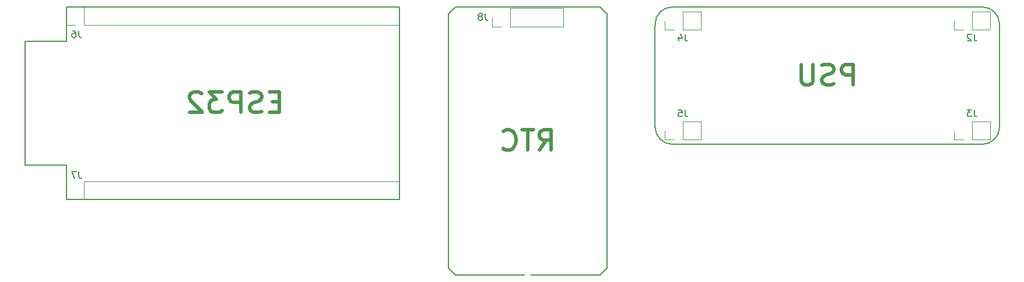
<source format=gbr>
%TF.GenerationSoftware,KiCad,Pcbnew,(6.0.6)*%
%TF.CreationDate,2022-10-28T22:11:27+02:00*%
%TF.ProjectId,nixieboi,6e697869-6562-46f6-992e-6b696361645f,rev?*%
%TF.SameCoordinates,Original*%
%TF.FileFunction,Legend,Bot*%
%TF.FilePolarity,Positive*%
%FSLAX46Y46*%
G04 Gerber Fmt 4.6, Leading zero omitted, Abs format (unit mm)*
G04 Created by KiCad (PCBNEW (6.0.6)) date 2022-10-28 22:11:27*
%MOMM*%
%LPD*%
G01*
G04 APERTURE LIST*
G04 Aperture macros list*
%AMRoundRect*
0 Rectangle with rounded corners*
0 $1 Rounding radius*
0 $2 $3 $4 $5 $6 $7 $8 $9 X,Y pos of 4 corners*
0 Add a 4 corners polygon primitive as box body*
4,1,4,$2,$3,$4,$5,$6,$7,$8,$9,$2,$3,0*
0 Add four circle primitives for the rounded corners*
1,1,$1+$1,$2,$3*
1,1,$1+$1,$4,$5*
1,1,$1+$1,$6,$7*
1,1,$1+$1,$8,$9*
0 Add four rect primitives between the rounded corners*
20,1,$1+$1,$2,$3,$4,$5,0*
20,1,$1+$1,$4,$5,$6,$7,0*
20,1,$1+$1,$6,$7,$8,$9,0*
20,1,$1+$1,$8,$9,$2,$3,0*%
G04 Aperture macros list end*
%ADD10C,0.150000*%
%ADD11C,0.500000*%
%ADD12C,0.120000*%
%ADD13C,1.346200*%
%ADD14RoundRect,0.250002X-1.699998X1.699998X-1.699998X-1.699998X1.699998X-1.699998X1.699998X1.699998X0*%
%ADD15C,3.900000*%
%ADD16C,5.700000*%
%ADD17R,1.700000X1.700000*%
%ADD18O,1.700000X1.700000*%
%ADD19C,0.800000*%
G04 APERTURE END LIST*
D10*
X10000000Y-2000000D02*
X4000000Y-2000000D01*
X58390000Y3000000D02*
X10000000Y3000000D01*
X145500000Y-14500000D02*
X145500000Y500000D01*
X65500000Y-35000000D02*
X65500000Y2000000D01*
X98000000Y-17000000D02*
X143000000Y-17000000D01*
X88500000Y-35000000D02*
X87500000Y-36000000D01*
X10010000Y-25060000D02*
X58390000Y-25060000D01*
X66500000Y3000000D02*
X87500000Y3000000D01*
X4000000Y-2000000D02*
X4000000Y-20000000D01*
X143000000Y-17000000D02*
G75*
G03*
X145500000Y-14500000I0J2500000D01*
G01*
X58390000Y-25060000D02*
X58390000Y3000000D01*
X87500000Y3000000D02*
X88500000Y2000000D01*
X4000000Y-20000000D02*
X10010000Y-20000000D01*
X95500000Y335000D02*
X95500000Y-14500000D01*
X87500000Y-36000000D02*
X66500000Y-36000000D01*
X65500000Y2000000D02*
X66500000Y3000000D01*
X143000000Y3000000D02*
X98000000Y3005439D01*
X66500000Y-36000000D02*
X65500000Y-35000000D01*
X88500000Y2000000D02*
X88500000Y-35000000D01*
X10010000Y-20000000D02*
X10010000Y-25060000D01*
X98000000Y3005439D02*
G75*
G03*
X95500000Y335000I0J-2505439D01*
G01*
X145500000Y500000D02*
G75*
G03*
X143000000Y3000000I-2500000J0D01*
G01*
X95500000Y-14500000D02*
G75*
G03*
X98000000Y-17000000I2500000J0D01*
G01*
X10000000Y3000000D02*
X10000000Y-2000000D01*
D11*
X78714285Y-17857142D02*
X79714285Y-16428571D01*
X80428571Y-17857142D02*
X80428571Y-14857142D01*
X79285714Y-14857142D01*
X79000000Y-15000000D01*
X78857142Y-15142857D01*
X78714285Y-15428571D01*
X78714285Y-15857142D01*
X78857142Y-16142857D01*
X79000000Y-16285714D01*
X79285714Y-16428571D01*
X80428571Y-16428571D01*
X77857142Y-14857142D02*
X76142857Y-14857142D01*
X77000000Y-17857142D02*
X77000000Y-14857142D01*
X73428571Y-17571428D02*
X73571428Y-17714285D01*
X74000000Y-17857142D01*
X74285714Y-17857142D01*
X74714285Y-17714285D01*
X75000000Y-17428571D01*
X75142857Y-17142857D01*
X75285714Y-16571428D01*
X75285714Y-16142857D01*
X75142857Y-15571428D01*
X75000000Y-15285714D01*
X74714285Y-15000000D01*
X74285714Y-14857142D01*
X74000000Y-14857142D01*
X73571428Y-15000000D01*
X73428571Y-15142857D01*
X124285714Y-8357142D02*
X124285714Y-5357142D01*
X123142857Y-5357142D01*
X122857142Y-5500000D01*
X122714285Y-5642857D01*
X122571428Y-5928571D01*
X122571428Y-6357142D01*
X122714285Y-6642857D01*
X122857142Y-6785714D01*
X123142857Y-6928571D01*
X124285714Y-6928571D01*
X121428571Y-8214285D02*
X121000000Y-8357142D01*
X120285714Y-8357142D01*
X120000000Y-8214285D01*
X119857142Y-8071428D01*
X119714285Y-7785714D01*
X119714285Y-7500000D01*
X119857142Y-7214285D01*
X120000000Y-7071428D01*
X120285714Y-6928571D01*
X120857142Y-6785714D01*
X121142857Y-6642857D01*
X121285714Y-6500000D01*
X121428571Y-6214285D01*
X121428571Y-5928571D01*
X121285714Y-5642857D01*
X121142857Y-5500000D01*
X120857142Y-5357142D01*
X120142857Y-5357142D01*
X119714285Y-5500000D01*
X118428571Y-5357142D02*
X118428571Y-7785714D01*
X118285714Y-8071428D01*
X118142857Y-8214285D01*
X117857142Y-8357142D01*
X117285714Y-8357142D01*
X117000000Y-8214285D01*
X116857142Y-8071428D01*
X116714285Y-7785714D01*
X116714285Y-5357142D01*
X40928571Y-10785714D02*
X39928571Y-10785714D01*
X39500000Y-12357142D02*
X40928571Y-12357142D01*
X40928571Y-9357142D01*
X39500000Y-9357142D01*
X38357142Y-12214285D02*
X37928571Y-12357142D01*
X37214285Y-12357142D01*
X36928571Y-12214285D01*
X36785714Y-12071428D01*
X36642857Y-11785714D01*
X36642857Y-11500000D01*
X36785714Y-11214285D01*
X36928571Y-11071428D01*
X37214285Y-10928571D01*
X37785714Y-10785714D01*
X38071428Y-10642857D01*
X38214285Y-10500000D01*
X38357142Y-10214285D01*
X38357142Y-9928571D01*
X38214285Y-9642857D01*
X38071428Y-9500000D01*
X37785714Y-9357142D01*
X37071428Y-9357142D01*
X36642857Y-9500000D01*
X35357142Y-12357142D02*
X35357142Y-9357142D01*
X34214285Y-9357142D01*
X33928571Y-9500000D01*
X33785714Y-9642857D01*
X33642857Y-9928571D01*
X33642857Y-10357142D01*
X33785714Y-10642857D01*
X33928571Y-10785714D01*
X34214285Y-10928571D01*
X35357142Y-10928571D01*
X32642857Y-9357142D02*
X30785714Y-9357142D01*
X31785714Y-10500000D01*
X31357142Y-10500000D01*
X31071428Y-10642857D01*
X30928571Y-10785714D01*
X30785714Y-11071428D01*
X30785714Y-11785714D01*
X30928571Y-12071428D01*
X31071428Y-12214285D01*
X31357142Y-12357142D01*
X32214285Y-12357142D01*
X32500000Y-12214285D01*
X32642857Y-12071428D01*
X29642857Y-9642857D02*
X29500000Y-9500000D01*
X29214285Y-9357142D01*
X28500000Y-9357142D01*
X28214285Y-9500000D01*
X28071428Y-9642857D01*
X27928571Y-9928571D01*
X27928571Y-10214285D01*
X28071428Y-10642857D01*
X29785714Y-12357142D01*
X27928571Y-12357142D01*
D10*
%TO.C,J7*%
X11833333Y-20952380D02*
X11833333Y-21666666D01*
X11880952Y-21809523D01*
X11976190Y-21904761D01*
X12119047Y-21952380D01*
X12214285Y-21952380D01*
X11452380Y-20952380D02*
X10785714Y-20952380D01*
X11214285Y-21952380D01*
%TO.C,J5*%
X99833333Y-11952380D02*
X99833333Y-12666666D01*
X99880952Y-12809523D01*
X99976190Y-12904761D01*
X100119047Y-12952380D01*
X100214285Y-12952380D01*
X98880952Y-11952380D02*
X99357142Y-11952380D01*
X99404761Y-12428571D01*
X99357142Y-12380952D01*
X99261904Y-12333333D01*
X99023809Y-12333333D01*
X98928571Y-12380952D01*
X98880952Y-12428571D01*
X98833333Y-12523809D01*
X98833333Y-12761904D01*
X98880952Y-12857142D01*
X98928571Y-12904761D01*
X99023809Y-12952380D01*
X99261904Y-12952380D01*
X99357142Y-12904761D01*
X99404761Y-12857142D01*
%TO.C,J6*%
X11833333Y-452380D02*
X11833333Y-1166666D01*
X11880952Y-1309523D01*
X11976190Y-1404761D01*
X12119047Y-1452380D01*
X12214285Y-1452380D01*
X10928571Y-452380D02*
X11119047Y-452380D01*
X11214285Y-500000D01*
X11261904Y-547619D01*
X11357142Y-690476D01*
X11404761Y-880952D01*
X11404761Y-1261904D01*
X11357142Y-1357142D01*
X11309523Y-1404761D01*
X11214285Y-1452380D01*
X11023809Y-1452380D01*
X10928571Y-1404761D01*
X10880952Y-1357142D01*
X10833333Y-1261904D01*
X10833333Y-1023809D01*
X10880952Y-928571D01*
X10928571Y-880952D01*
X11023809Y-833333D01*
X11214285Y-833333D01*
X11309523Y-880952D01*
X11357142Y-928571D01*
X11404761Y-1023809D01*
%TO.C,J2*%
X141833333Y-952380D02*
X141833333Y-1666666D01*
X141880952Y-1809523D01*
X141976190Y-1904761D01*
X142119047Y-1952380D01*
X142214285Y-1952380D01*
X141404761Y-1047619D02*
X141357142Y-1000000D01*
X141261904Y-952380D01*
X141023809Y-952380D01*
X140928571Y-1000000D01*
X140880952Y-1047619D01*
X140833333Y-1142857D01*
X140833333Y-1238095D01*
X140880952Y-1380952D01*
X141452380Y-1952380D01*
X140833333Y-1952380D01*
%TO.C,J4*%
X99833333Y-952380D02*
X99833333Y-1666666D01*
X99880952Y-1809523D01*
X99976190Y-1904761D01*
X100119047Y-1952380D01*
X100214285Y-1952380D01*
X98928571Y-1285714D02*
X98928571Y-1952380D01*
X99166666Y-904761D02*
X99404761Y-1619047D01*
X98785714Y-1619047D01*
%TO.C,J8*%
X70833333Y2047620D02*
X70833333Y1333334D01*
X70880952Y1190477D01*
X70976190Y1095239D01*
X71119047Y1047620D01*
X71214285Y1047620D01*
X70214285Y1619048D02*
X70309523Y1666667D01*
X70357142Y1714286D01*
X70404761Y1809524D01*
X70404761Y1857143D01*
X70357142Y1952381D01*
X70309523Y2000000D01*
X70214285Y2047620D01*
X70023809Y2047620D01*
X69928571Y2000000D01*
X69880952Y1952381D01*
X69833333Y1857143D01*
X69833333Y1809524D01*
X69880952Y1714286D01*
X69928571Y1666667D01*
X70023809Y1619048D01*
X70214285Y1619048D01*
X70309523Y1571429D01*
X70357142Y1523810D01*
X70404761Y1428572D01*
X70404761Y1238096D01*
X70357142Y1142858D01*
X70309523Y1095239D01*
X70214285Y1047620D01*
X70023809Y1047620D01*
X69928571Y1095239D01*
X69880952Y1142858D01*
X69833333Y1238096D01*
X69833333Y1428572D01*
X69880952Y1523810D01*
X69928571Y1571429D01*
X70023809Y1619048D01*
%TO.C,J3*%
X141833333Y-11952380D02*
X141833333Y-12666666D01*
X141880952Y-12809523D01*
X141976190Y-12904761D01*
X142119047Y-12952380D01*
X142214285Y-12952380D01*
X141452380Y-11952380D02*
X140833333Y-11952380D01*
X141166666Y-12333333D01*
X141023809Y-12333333D01*
X140928571Y-12380952D01*
X140880952Y-12428571D01*
X140833333Y-12523809D01*
X140833333Y-12761904D01*
X140880952Y-12857142D01*
X140928571Y-12904761D01*
X141023809Y-12952380D01*
X141309523Y-12952380D01*
X141404761Y-12904761D01*
X141452380Y-12857142D01*
D12*
%TO.C,J7*%
X58390000Y-22400000D02*
X58390000Y-25060000D01*
X12610000Y-25060000D02*
X58390000Y-25060000D01*
X10010000Y-23730000D02*
X10010000Y-25060000D01*
X10010000Y-25060000D02*
X11340000Y-25060000D01*
X12610000Y-22400000D02*
X58390000Y-22400000D01*
X12610000Y-22400000D02*
X12610000Y-25060000D01*
%TO.C,J5*%
X99520000Y-16330000D02*
X102120000Y-16330000D01*
X99520000Y-13670000D02*
X99520000Y-16330000D01*
X96920000Y-16330000D02*
X98250000Y-16330000D01*
X96920000Y-15000000D02*
X96920000Y-16330000D01*
X99520000Y-13670000D02*
X102120000Y-13670000D01*
X102120000Y-13670000D02*
X102120000Y-16330000D01*
%TO.C,J6*%
X12610000Y340000D02*
X58390000Y340000D01*
X10010000Y340000D02*
X11340000Y340000D01*
X58390000Y3000000D02*
X58390000Y340000D01*
X12610000Y3000000D02*
X12610000Y340000D01*
X12610000Y3000000D02*
X58390000Y3000000D01*
X10010000Y1670000D02*
X10010000Y340000D01*
%TO.C,J2*%
X144120000Y2330000D02*
X144120000Y-330000D01*
X141520000Y-330000D02*
X144120000Y-330000D01*
X141520000Y2330000D02*
X144120000Y2330000D01*
X138920000Y1000000D02*
X138920000Y-330000D01*
X138920000Y-330000D02*
X140250000Y-330000D01*
X141520000Y2330000D02*
X141520000Y-330000D01*
%TO.C,J4*%
X96920000Y1000000D02*
X96920000Y-330000D01*
X99520000Y2330000D02*
X102120000Y2330000D01*
X99520000Y2330000D02*
X99520000Y-330000D01*
X102120000Y2330000D02*
X102120000Y-330000D01*
X96920000Y-330000D02*
X98250000Y-330000D01*
X99520000Y-330000D02*
X102120000Y-330000D01*
%TO.C,J8*%
X74470000Y145000D02*
X82150000Y145000D01*
X74470000Y2805000D02*
X74470000Y145000D01*
X82150000Y2805000D02*
X82150000Y145000D01*
X74470000Y2805000D02*
X82150000Y2805000D01*
X71870000Y1475000D02*
X71870000Y145000D01*
X71870000Y145000D02*
X73200000Y145000D01*
%TO.C,J3*%
X144120000Y-13670000D02*
X144120000Y-16330000D01*
X138920000Y-15000000D02*
X138920000Y-16330000D01*
X141520000Y-13670000D02*
X141520000Y-16330000D01*
X141520000Y-13670000D02*
X144120000Y-13670000D01*
X141520000Y-16330000D02*
X144120000Y-16330000D01*
X138920000Y-16330000D02*
X140250000Y-16330000D01*
%TD*%
%LPC*%
D13*
%TO.C,N6*%
X129907300Y-32484640D03*
X140092700Y-32484640D03*
X141144260Y-35255780D03*
X140786120Y-38194560D03*
X139104640Y-40632960D03*
X136480820Y-42009640D03*
X133519180Y-42009640D03*
X130895360Y-40632960D03*
X129213880Y-38194560D03*
X128855740Y-35255780D03*
X135000000Y-29812560D03*
X132124720Y-30521220D03*
X137875280Y-30521220D03*
%TD*%
D14*
%TO.C,J1*%
X154000000Y-11100000D03*
D15*
X154000000Y-18900000D03*
%TD*%
D16*
%TO.C,REF\u002A\u002A*%
X0Y0D03*
%TD*%
D13*
%TO.C,N3*%
X61907300Y-32484640D03*
X72092700Y-32484640D03*
X73144260Y-35255780D03*
X72786120Y-38194560D03*
X71104640Y-40632960D03*
X68480820Y-42009640D03*
X65519180Y-42009640D03*
X62895360Y-40632960D03*
X61213880Y-38194560D03*
X60855740Y-35255780D03*
X67000000Y-29812560D03*
X64124720Y-30521220D03*
X69875280Y-30521220D03*
%TD*%
%TO.C,N1*%
X13907300Y-32484640D03*
X24092700Y-32484640D03*
X25144260Y-35255780D03*
X24786120Y-38194560D03*
X23104640Y-40632960D03*
X20480820Y-42009640D03*
X17519180Y-42009640D03*
X14895360Y-40632960D03*
X13213880Y-38194560D03*
X12855740Y-35255780D03*
X19000000Y-29812560D03*
X16124720Y-30521220D03*
X21875280Y-30521220D03*
%TD*%
%TO.C,N4*%
X81907300Y-32484640D03*
X92092700Y-32484640D03*
X93144260Y-35255780D03*
X92786120Y-38194560D03*
X91104640Y-40632960D03*
X88480820Y-42009640D03*
X85519180Y-42009640D03*
X82895360Y-40632960D03*
X81213880Y-38194560D03*
X80855740Y-35255780D03*
X87000000Y-29812560D03*
X84124720Y-30521220D03*
X89875280Y-30521220D03*
%TD*%
%TO.C,N2*%
X33907300Y-32484640D03*
X44092700Y-32484640D03*
X45144260Y-35255780D03*
X44786120Y-38194560D03*
X43104640Y-40632960D03*
X40480820Y-42009640D03*
X37519180Y-42009640D03*
X34895360Y-40632960D03*
X33213880Y-38194560D03*
X32855740Y-35255780D03*
X39000000Y-29812560D03*
X36124720Y-30521220D03*
X41875280Y-30521220D03*
%TD*%
D16*
%TO.C,REF\u002A\u002A*%
X154000000Y0D03*
%TD*%
D13*
%TO.C,N5*%
X109907300Y-32484640D03*
X120092700Y-32484640D03*
X121144260Y-35255780D03*
X120786120Y-38194560D03*
X119104640Y-40632960D03*
X116480820Y-42009640D03*
X113519180Y-42009640D03*
X110895360Y-40632960D03*
X109213880Y-38194560D03*
X108855740Y-35255780D03*
X115000000Y-29812560D03*
X112124720Y-30521220D03*
X117875280Y-30521220D03*
%TD*%
D16*
%TO.C,REF\u002A\u002A*%
X0Y-72000000D03*
%TD*%
%TO.C,REF\u002A\u002A*%
X154000000Y-72000000D03*
%TD*%
D17*
%TO.C,J7*%
X11340000Y-23730000D03*
D18*
X13880000Y-23730000D03*
X16420000Y-23730000D03*
X18960000Y-23730000D03*
X21500000Y-23730000D03*
X24040000Y-23730000D03*
X26580000Y-23730000D03*
X29120000Y-23730000D03*
X31660000Y-23730000D03*
X34200000Y-23730000D03*
X36740000Y-23730000D03*
X39280000Y-23730000D03*
X41820000Y-23730000D03*
X44360000Y-23730000D03*
X46900000Y-23730000D03*
X49440000Y-23730000D03*
X51980000Y-23730000D03*
X54520000Y-23730000D03*
X57060000Y-23730000D03*
%TD*%
D17*
%TO.C,J5*%
X98250000Y-15000000D03*
D18*
X100790000Y-15000000D03*
%TD*%
D17*
%TO.C,J6*%
X11340000Y1670000D03*
D18*
X13880000Y1670000D03*
X16420000Y1670000D03*
X18960000Y1670000D03*
X21500000Y1670000D03*
X24040000Y1670000D03*
X26580000Y1670000D03*
X29120000Y1670000D03*
X31660000Y1670000D03*
X34200000Y1670000D03*
X36740000Y1670000D03*
X39280000Y1670000D03*
X41820000Y1670000D03*
X44360000Y1670000D03*
X46900000Y1670000D03*
X49440000Y1670000D03*
X51980000Y1670000D03*
X54520000Y1670000D03*
X57060000Y1670000D03*
%TD*%
D17*
%TO.C,J2*%
X140250000Y1000000D03*
D18*
X142790000Y1000000D03*
%TD*%
D17*
%TO.C,J4*%
X98250000Y1000000D03*
D18*
X100790000Y1000000D03*
%TD*%
D17*
%TO.C,J8*%
X73200000Y1475000D03*
D18*
X75740000Y1475000D03*
X78280000Y1475000D03*
X80820000Y1475000D03*
%TD*%
D17*
%TO.C,J3*%
X140250000Y-15000000D03*
D18*
X142790000Y-15000000D03*
%TD*%
D19*
X28000000Y-33000000D03*
X28000000Y-50500000D03*
X26000000Y-50500000D03*
X10000000Y-33000000D03*
X24000000Y-50500000D03*
X22000000Y-50500000D03*
X20000000Y-50500000D03*
X18000000Y-50500000D03*
X147000000Y-64600000D03*
X102000000Y-66000000D03*
X135000000Y-64600000D03*
X69000000Y-55900000D03*
X7000000Y-64600000D03*
X7000000Y-53000000D03*
X119000000Y-64600000D03*
X47000000Y-64600000D03*
X105000000Y-55900000D03*
X118000000Y-66000000D03*
X117000000Y-55900000D03*
X141000000Y-55900000D03*
X79000000Y-53000000D03*
X143000000Y-64600000D03*
X115000000Y-64600000D03*
X21000000Y-55900000D03*
X111000000Y-64600000D03*
X93000000Y-55900000D03*
X139000000Y-64600000D03*
X63000000Y-64600000D03*
X67000000Y-64600000D03*
X109000000Y-55900000D03*
X127000000Y-64600000D03*
X81000000Y-55900000D03*
X134000000Y-66000000D03*
X121000000Y-55900000D03*
X103000000Y-53000000D03*
X49000000Y-55900000D03*
X19000000Y-64600000D03*
X86000000Y-66000000D03*
X6000000Y-66000000D03*
X13000000Y-55900000D03*
X11000000Y-64600000D03*
X87000000Y-64600000D03*
X38000000Y-66000000D03*
X43000000Y-64600000D03*
X91000000Y-64600000D03*
X89000000Y-55900000D03*
X134500000Y-6500000D03*
X133000000Y-55900000D03*
X53000000Y-55900000D03*
X107000000Y-64600000D03*
X41000000Y-55900000D03*
X71000000Y-64600000D03*
X39000000Y-64600000D03*
X22000000Y-66000000D03*
X103000000Y-64600000D03*
X97000000Y-55900000D03*
X95000000Y-64600000D03*
X9000000Y-55900000D03*
X145000000Y-55900000D03*
X25000000Y-55900000D03*
X5000000Y-55900000D03*
X51000000Y-64600000D03*
X129000000Y-55900000D03*
X99000000Y-64600000D03*
X101000000Y-55900000D03*
X55000000Y-53000000D03*
X131000000Y-64600000D03*
X127000000Y-53000000D03*
X31000000Y-64600000D03*
X75000000Y-64600000D03*
X73000000Y-55900000D03*
X70000000Y-66000000D03*
X45000000Y-55900000D03*
X54000000Y-66000000D03*
X125000000Y-55900000D03*
X65000000Y-55900000D03*
X37000000Y-55900000D03*
X31000000Y-53000000D03*
X77000000Y-55900000D03*
X27000000Y-64600000D03*
X15000000Y-64600000D03*
X137000000Y-55900000D03*
X85000000Y-55900000D03*
X29000000Y-55900000D03*
X123000000Y-64600000D03*
X83000000Y-64600000D03*
X17000000Y-55900000D03*
X23000000Y-64600000D03*
X79000000Y-64600000D03*
X57000000Y-55900000D03*
X33000000Y-55900000D03*
X113000000Y-55900000D03*
X59000000Y-64600000D03*
X35000000Y-64600000D03*
X55000000Y-64600000D03*
X61000000Y-55900000D03*
X37000000Y-45500000D03*
X7000000Y-45500000D03*
X53000000Y-36000000D03*
X101000000Y-36000000D03*
X69000000Y-38000000D03*
X9000000Y-45500000D03*
X11000000Y-45500000D03*
X31000000Y-45500000D03*
X107000000Y-45500000D03*
X87000000Y-45500000D03*
X113000000Y-45500000D03*
X77000000Y-36000000D03*
X135000000Y-45500000D03*
X81000000Y-45500000D03*
X103000000Y-45500000D03*
X17000000Y-45500000D03*
X85000000Y-45500000D03*
X88500000Y-37000000D03*
X125000000Y-36000000D03*
X133000000Y-45500000D03*
X105000000Y-45500000D03*
X59000000Y-45500000D03*
X29000000Y-36000000D03*
X62000000Y-45500000D03*
X110000000Y-45500000D03*
X83000000Y-45500000D03*
X14000000Y-45500000D03*
X35000000Y-45500000D03*
X39000000Y-45500000D03*
X65000000Y-45500000D03*
X136500000Y-37000000D03*
X127000000Y-45500000D03*
X21000000Y-38000000D03*
X57000000Y-45500000D03*
X131000000Y-45500000D03*
X79000000Y-45500000D03*
X33000000Y-45500000D03*
X129000000Y-45500000D03*
X117000000Y-38000000D03*
X40500000Y-37000000D03*
X55000000Y-45500000D03*
X48000000Y-50500000D03*
X46000000Y-50500000D03*
X44000000Y-50500000D03*
X42000000Y-50500000D03*
X72000000Y-50500000D03*
X70000000Y-50500000D03*
X68000000Y-50500000D03*
X66000000Y-50500000D03*
X96000000Y-50500000D03*
X94000000Y-50500000D03*
X92000000Y-50500000D03*
X90000000Y-50500000D03*
X120000000Y-50500000D03*
X118000000Y-50500000D03*
X116000000Y-50500000D03*
X114000000Y-50500000D03*
X144000000Y-50500000D03*
X142000000Y-50500000D03*
X140000000Y-50500000D03*
X138000000Y-50500000D03*
X22000000Y-54500000D03*
X5000000Y-53000000D03*
X16000000Y-61000000D03*
X12000000Y-61000000D03*
X20000000Y-61000000D03*
X18000000Y-54500000D03*
X14000000Y-54500000D03*
X26000000Y-54500000D03*
X8000000Y-61000000D03*
X24000000Y-61000000D03*
X10000000Y-54500000D03*
X28000000Y-61000000D03*
X40000000Y-61000000D03*
X44000000Y-61000000D03*
X48000000Y-61000000D03*
X32000000Y-61000000D03*
X36000000Y-61000000D03*
X52000000Y-61000000D03*
X34000000Y-54500000D03*
X38000000Y-54500000D03*
X46000000Y-54500000D03*
X29000000Y-53000000D03*
X42000000Y-54500000D03*
X50000000Y-54500000D03*
X74000000Y-54500000D03*
X60000000Y-61000000D03*
X66000000Y-54500000D03*
X62000000Y-54500000D03*
X53000000Y-53000000D03*
X72000000Y-61000000D03*
X70000000Y-54500000D03*
X58000000Y-54500000D03*
X64000000Y-61000000D03*
X76000000Y-61000000D03*
X56000000Y-61000000D03*
X68000000Y-61000000D03*
X80000000Y-61000000D03*
X92000000Y-61000000D03*
X94000000Y-54500000D03*
X90000000Y-54500000D03*
X100000000Y-61000000D03*
X84000000Y-61000000D03*
X86000000Y-54500000D03*
X96000000Y-61000000D03*
X82000000Y-54500000D03*
X88000000Y-61000000D03*
X98000000Y-54500000D03*
X77000000Y-53000000D03*
X124000000Y-61000000D03*
X106000000Y-54500000D03*
X120000000Y-61000000D03*
X114000000Y-54500000D03*
X110000000Y-54500000D03*
X116000000Y-61000000D03*
X118000000Y-54500000D03*
X112000000Y-61000000D03*
X104000000Y-61000000D03*
X108000000Y-61000000D03*
X101000000Y-53000000D03*
X122000000Y-54500000D03*
X130000000Y-54500000D03*
X136000000Y-61000000D03*
X128000000Y-61000000D03*
X132000000Y-61000000D03*
X142000000Y-54500000D03*
X140000000Y-61000000D03*
X138000000Y-54500000D03*
X134000000Y-54500000D03*
X144000000Y-61000000D03*
X125000000Y-53000000D03*
X146000000Y-54500000D03*
X148000000Y-61000000D03*
X50000000Y-50500000D03*
X30000000Y-33000000D03*
X48000000Y-33000000D03*
X52000000Y-50500000D03*
X74000000Y-50500000D03*
X58000000Y-33000000D03*
X76000000Y-50500000D03*
X76000000Y-33000000D03*
X78000000Y-33000000D03*
X98000000Y-50500000D03*
X96000000Y-33000000D03*
X100000000Y-50500000D03*
X106000000Y-33000000D03*
X122000000Y-50500000D03*
X124000000Y-50500000D03*
X124000000Y-33000000D03*
X126000000Y-33000000D03*
X146000000Y-50500000D03*
X148000000Y-50500000D03*
X144000000Y-33000000D03*
X27087000Y-69930000D03*
X18072000Y-69928050D03*
X32167000Y-71327000D03*
X64167000Y-71327000D03*
X96167000Y-71327000D03*
X80167000Y-71327000D03*
X16167000Y-71327000D03*
X144167000Y-71327000D03*
X112167000Y-71327000D03*
X48167000Y-71327000D03*
X128167000Y-71327000D03*
X126897000Y-69930000D03*
X78897000Y-69930000D03*
X142897000Y-69930000D03*
X110897000Y-69930000D03*
X62897000Y-69930000D03*
X46897000Y-69930000D03*
X14897000Y-69930000D03*
X30897000Y-69930000D03*
X94897000Y-69930000D03*
X11087000Y-69930000D03*
X34072000Y-69928050D03*
X43087000Y-69930000D03*
X50072000Y-69928050D03*
X59087000Y-69930000D03*
X75087000Y-69930000D03*
X66072000Y-69928050D03*
X82072000Y-69928050D03*
X91087000Y-69930000D03*
X107087000Y-69930000D03*
X98072000Y-69928050D03*
X114072000Y-69928050D03*
X123087000Y-69930000D03*
X130072000Y-69928050D03*
X139087000Y-69930000D03*
X39000000Y-37000000D03*
X67000000Y-37000000D03*
X87000000Y-37000000D03*
X115000000Y-37000000D03*
X135000000Y-37000000D03*
X19000000Y-37000000D03*
X13627000Y-71835000D03*
X109627000Y-71835000D03*
X93627000Y-71835000D03*
X45627000Y-71835000D03*
X29627000Y-71835000D03*
X77627000Y-71835000D03*
X61627000Y-71835000D03*
X125627000Y-71835000D03*
X141627000Y-71835000D03*
X92349000Y-70890500D03*
X124349000Y-70890500D03*
X12349000Y-70890500D03*
X44349000Y-70890500D03*
X76349000Y-70890500D03*
X108349000Y-70890500D03*
X28349000Y-70890500D03*
X60349000Y-70890500D03*
X140349000Y-70890500D03*
M02*

</source>
